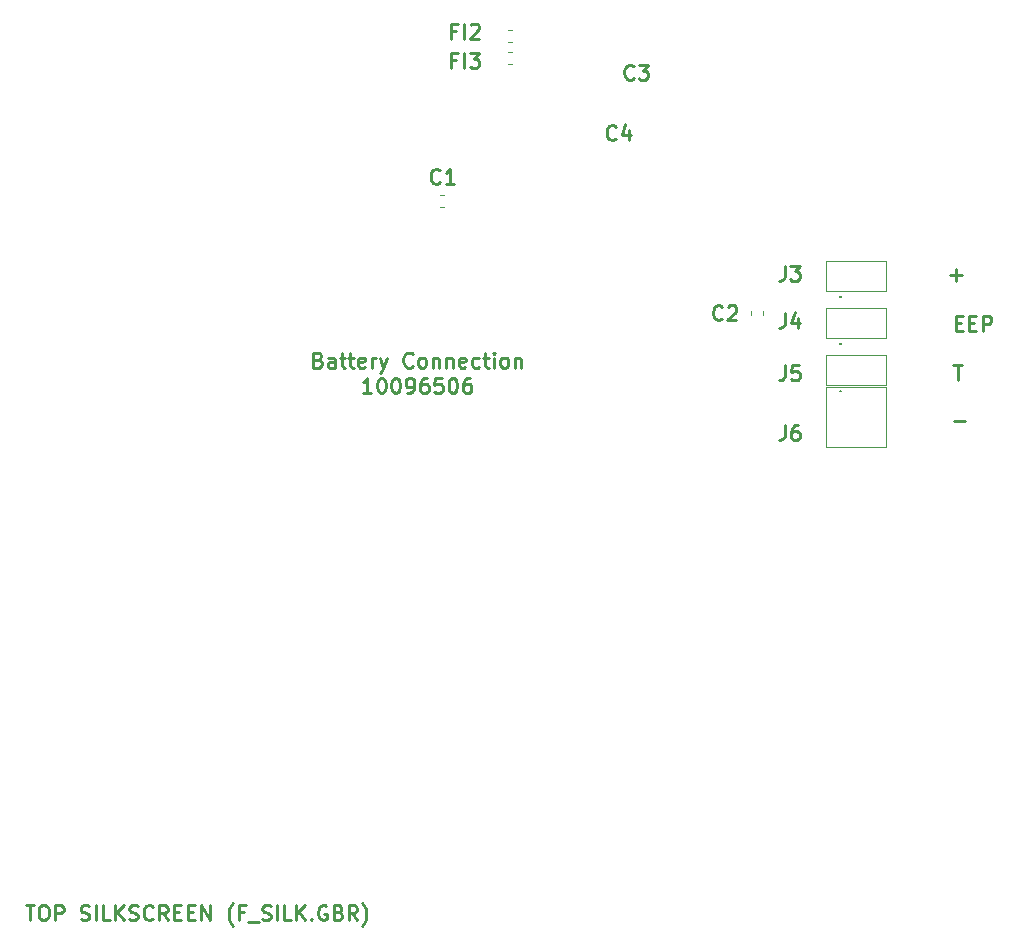
<source format=gbr>
G04 #@! TF.GenerationSoftware,KiCad,Pcbnew,(5.1.5)-3*
G04 #@! TF.CreationDate,2020-04-20T12:10:47-07:00*
G04 #@! TF.ProjectId,10096510 Battery Connection,31303039-3635-4313-9020-426174746572,rev?*
G04 #@! TF.SameCoordinates,PXb874050PY8789ff8*
G04 #@! TF.FileFunction,Legend,Top*
G04 #@! TF.FilePolarity,Positive*
%FSLAX46Y46*%
G04 Gerber Fmt 4.6, Leading zero omitted, Abs format (unit mm)*
G04 Created by KiCad (PCBNEW (5.1.5)-3) date 2020-04-20 12:10:47*
%MOMM*%
%LPD*%
G04 APERTURE LIST*
%ADD10C,0.254000*%
%ADD11C,0.100000*%
%ADD12C,0.200000*%
%ADD13C,0.120000*%
G04 APERTURE END LIST*
D10*
X-15588948Y-32324523D02*
X-14863234Y-32324523D01*
X-15226091Y-33594523D02*
X-15226091Y-32324523D01*
X-14197996Y-32324523D02*
X-13956091Y-32324523D01*
X-13835139Y-32385000D01*
X-13714186Y-32505952D01*
X-13653710Y-32747857D01*
X-13653710Y-33171190D01*
X-13714186Y-33413095D01*
X-13835139Y-33534047D01*
X-13956091Y-33594523D01*
X-14197996Y-33594523D01*
X-14318948Y-33534047D01*
X-14439900Y-33413095D01*
X-14500377Y-33171190D01*
X-14500377Y-32747857D01*
X-14439900Y-32505952D01*
X-14318948Y-32385000D01*
X-14197996Y-32324523D01*
X-13109424Y-33594523D02*
X-13109424Y-32324523D01*
X-12625615Y-32324523D01*
X-12504662Y-32385000D01*
X-12444186Y-32445476D01*
X-12383710Y-32566428D01*
X-12383710Y-32747857D01*
X-12444186Y-32868809D01*
X-12504662Y-32929285D01*
X-12625615Y-32989761D01*
X-13109424Y-32989761D01*
X-10932281Y-33534047D02*
X-10750853Y-33594523D01*
X-10448472Y-33594523D01*
X-10327520Y-33534047D01*
X-10267043Y-33473571D01*
X-10206567Y-33352619D01*
X-10206567Y-33231666D01*
X-10267043Y-33110714D01*
X-10327520Y-33050238D01*
X-10448472Y-32989761D01*
X-10690377Y-32929285D01*
X-10811329Y-32868809D01*
X-10871805Y-32808333D01*
X-10932281Y-32687380D01*
X-10932281Y-32566428D01*
X-10871805Y-32445476D01*
X-10811329Y-32385000D01*
X-10690377Y-32324523D01*
X-10387996Y-32324523D01*
X-10206567Y-32385000D01*
X-9662281Y-33594523D02*
X-9662281Y-32324523D01*
X-8452758Y-33594523D02*
X-9057520Y-33594523D01*
X-9057520Y-32324523D01*
X-8029424Y-33594523D02*
X-8029424Y-32324523D01*
X-7303710Y-33594523D02*
X-7847996Y-32868809D01*
X-7303710Y-32324523D02*
X-8029424Y-33050238D01*
X-6819900Y-33534047D02*
X-6638472Y-33594523D01*
X-6336091Y-33594523D01*
X-6215139Y-33534047D01*
X-6154662Y-33473571D01*
X-6094186Y-33352619D01*
X-6094186Y-33231666D01*
X-6154662Y-33110714D01*
X-6215139Y-33050238D01*
X-6336091Y-32989761D01*
X-6577996Y-32929285D01*
X-6698948Y-32868809D01*
X-6759424Y-32808333D01*
X-6819900Y-32687380D01*
X-6819900Y-32566428D01*
X-6759424Y-32445476D01*
X-6698948Y-32385000D01*
X-6577996Y-32324523D01*
X-6275615Y-32324523D01*
X-6094186Y-32385000D01*
X-4824186Y-33473571D02*
X-4884662Y-33534047D01*
X-5066091Y-33594523D01*
X-5187043Y-33594523D01*
X-5368472Y-33534047D01*
X-5489424Y-33413095D01*
X-5549900Y-33292142D01*
X-5610377Y-33050238D01*
X-5610377Y-32868809D01*
X-5549900Y-32626904D01*
X-5489424Y-32505952D01*
X-5368472Y-32385000D01*
X-5187043Y-32324523D01*
X-5066091Y-32324523D01*
X-4884662Y-32385000D01*
X-4824186Y-32445476D01*
X-3554186Y-33594523D02*
X-3977520Y-32989761D01*
X-4279900Y-33594523D02*
X-4279900Y-32324523D01*
X-3796091Y-32324523D01*
X-3675139Y-32385000D01*
X-3614662Y-32445476D01*
X-3554186Y-32566428D01*
X-3554186Y-32747857D01*
X-3614662Y-32868809D01*
X-3675139Y-32929285D01*
X-3796091Y-32989761D01*
X-4279900Y-32989761D01*
X-3009900Y-32929285D02*
X-2586567Y-32929285D01*
X-2405139Y-33594523D02*
X-3009900Y-33594523D01*
X-3009900Y-32324523D01*
X-2405139Y-32324523D01*
X-1860853Y-32929285D02*
X-1437520Y-32929285D01*
X-1256091Y-33594523D02*
X-1860853Y-33594523D01*
X-1860853Y-32324523D01*
X-1256091Y-32324523D01*
X-711805Y-33594523D02*
X-711805Y-32324523D01*
X13909Y-33594523D01*
X13909Y-32324523D01*
X1949147Y-34078333D02*
X1888671Y-34017857D01*
X1767719Y-33836428D01*
X1707242Y-33715476D01*
X1646766Y-33534047D01*
X1586290Y-33231666D01*
X1586290Y-32989761D01*
X1646766Y-32687380D01*
X1707242Y-32505952D01*
X1767719Y-32385000D01*
X1888671Y-32203571D01*
X1949147Y-32143095D01*
X2856290Y-32929285D02*
X2432957Y-32929285D01*
X2432957Y-33594523D02*
X2432957Y-32324523D01*
X3037719Y-32324523D01*
X3219147Y-33715476D02*
X4186766Y-33715476D01*
X4428671Y-33534047D02*
X4610100Y-33594523D01*
X4912480Y-33594523D01*
X5033433Y-33534047D01*
X5093909Y-33473571D01*
X5154385Y-33352619D01*
X5154385Y-33231666D01*
X5093909Y-33110714D01*
X5033433Y-33050238D01*
X4912480Y-32989761D01*
X4670576Y-32929285D01*
X4549623Y-32868809D01*
X4489147Y-32808333D01*
X4428671Y-32687380D01*
X4428671Y-32566428D01*
X4489147Y-32445476D01*
X4549623Y-32385000D01*
X4670576Y-32324523D01*
X4972957Y-32324523D01*
X5154385Y-32385000D01*
X5698671Y-33594523D02*
X5698671Y-32324523D01*
X6908195Y-33594523D02*
X6303433Y-33594523D01*
X6303433Y-32324523D01*
X7331528Y-33594523D02*
X7331528Y-32324523D01*
X8057242Y-33594523D02*
X7512957Y-32868809D01*
X8057242Y-32324523D02*
X7331528Y-33050238D01*
X8601528Y-33473571D02*
X8662004Y-33534047D01*
X8601528Y-33594523D01*
X8541052Y-33534047D01*
X8601528Y-33473571D01*
X8601528Y-33594523D01*
X9871528Y-32385000D02*
X9750576Y-32324523D01*
X9569147Y-32324523D01*
X9387719Y-32385000D01*
X9266766Y-32505952D01*
X9206290Y-32626904D01*
X9145814Y-32868809D01*
X9145814Y-33050238D01*
X9206290Y-33292142D01*
X9266766Y-33413095D01*
X9387719Y-33534047D01*
X9569147Y-33594523D01*
X9690100Y-33594523D01*
X9871528Y-33534047D01*
X9932004Y-33473571D01*
X9932004Y-33050238D01*
X9690100Y-33050238D01*
X10899623Y-32929285D02*
X11081052Y-32989761D01*
X11141528Y-33050238D01*
X11202004Y-33171190D01*
X11202004Y-33352619D01*
X11141528Y-33473571D01*
X11081052Y-33534047D01*
X10960100Y-33594523D01*
X10476290Y-33594523D01*
X10476290Y-32324523D01*
X10899623Y-32324523D01*
X11020576Y-32385000D01*
X11081052Y-32445476D01*
X11141528Y-32566428D01*
X11141528Y-32687380D01*
X11081052Y-32808333D01*
X11020576Y-32868809D01*
X10899623Y-32929285D01*
X10476290Y-32929285D01*
X12472004Y-33594523D02*
X12048671Y-32989761D01*
X11746290Y-33594523D02*
X11746290Y-32324523D01*
X12230100Y-32324523D01*
X12351052Y-32385000D01*
X12411528Y-32445476D01*
X12472004Y-32566428D01*
X12472004Y-32747857D01*
X12411528Y-32868809D01*
X12351052Y-32929285D01*
X12230100Y-32989761D01*
X11746290Y-32989761D01*
X12895338Y-34078333D02*
X12955814Y-34017857D01*
X13076766Y-33836428D01*
X13137242Y-33715476D01*
X13197719Y-33534047D01*
X13258195Y-33231666D01*
X13258195Y-32989761D01*
X13197719Y-32687380D01*
X13137242Y-32505952D01*
X13076766Y-32385000D01*
X12955814Y-32203571D01*
X12895338Y-32143095D01*
X62702280Y21016686D02*
X63669900Y21016686D01*
X63186090Y20532877D02*
X63186090Y21500496D01*
X63154680Y16956315D02*
X63578014Y16956315D01*
X63759442Y16291077D02*
X63154680Y16291077D01*
X63154680Y17561077D01*
X63759442Y17561077D01*
X64303728Y16956315D02*
X64727061Y16956315D01*
X64908490Y16291077D02*
X64303728Y16291077D01*
X64303728Y17561077D01*
X64908490Y17561077D01*
X65452776Y16291077D02*
X65452776Y17561077D01*
X65936585Y17561077D01*
X66057538Y17500600D01*
X66118014Y17440124D01*
X66178490Y17319172D01*
X66178490Y17137743D01*
X66118014Y17016791D01*
X66057538Y16956315D01*
X65936585Y16895839D01*
X65452776Y16895839D01*
X62947852Y13395477D02*
X63673566Y13395477D01*
X63310709Y12125477D02*
X63310709Y13395477D01*
X63002280Y8646886D02*
X63969900Y8646886D01*
X9175447Y13857515D02*
X9356876Y13797039D01*
X9417352Y13736562D01*
X9477828Y13615610D01*
X9477828Y13434181D01*
X9417352Y13313229D01*
X9356876Y13252753D01*
X9235923Y13192277D01*
X8752114Y13192277D01*
X8752114Y14462277D01*
X9175447Y14462277D01*
X9296400Y14401800D01*
X9356876Y14341324D01*
X9417352Y14220372D01*
X9417352Y14099420D01*
X9356876Y13978467D01*
X9296400Y13917991D01*
X9175447Y13857515D01*
X8752114Y13857515D01*
X10566400Y13192277D02*
X10566400Y13857515D01*
X10505923Y13978467D01*
X10384971Y14038943D01*
X10143066Y14038943D01*
X10022114Y13978467D01*
X10566400Y13252753D02*
X10445447Y13192277D01*
X10143066Y13192277D01*
X10022114Y13252753D01*
X9961638Y13373705D01*
X9961638Y13494658D01*
X10022114Y13615610D01*
X10143066Y13676086D01*
X10445447Y13676086D01*
X10566400Y13736562D01*
X10989733Y14038943D02*
X11473542Y14038943D01*
X11171161Y14462277D02*
X11171161Y13373705D01*
X11231638Y13252753D01*
X11352590Y13192277D01*
X11473542Y13192277D01*
X11715447Y14038943D02*
X12199257Y14038943D01*
X11896876Y14462277D02*
X11896876Y13373705D01*
X11957352Y13252753D01*
X12078304Y13192277D01*
X12199257Y13192277D01*
X13106400Y13252753D02*
X12985447Y13192277D01*
X12743542Y13192277D01*
X12622590Y13252753D01*
X12562114Y13373705D01*
X12562114Y13857515D01*
X12622590Y13978467D01*
X12743542Y14038943D01*
X12985447Y14038943D01*
X13106400Y13978467D01*
X13166876Y13857515D01*
X13166876Y13736562D01*
X12562114Y13615610D01*
X13711161Y13192277D02*
X13711161Y14038943D01*
X13711161Y13797039D02*
X13771638Y13917991D01*
X13832114Y13978467D01*
X13953066Y14038943D01*
X14074019Y14038943D01*
X14376400Y14038943D02*
X14678780Y13192277D01*
X14981161Y14038943D02*
X14678780Y13192277D01*
X14557828Y12889896D01*
X14497352Y12829420D01*
X14376400Y12768943D01*
X17158304Y13313229D02*
X17097828Y13252753D01*
X16916400Y13192277D01*
X16795447Y13192277D01*
X16614019Y13252753D01*
X16493066Y13373705D01*
X16432590Y13494658D01*
X16372114Y13736562D01*
X16372114Y13917991D01*
X16432590Y14159896D01*
X16493066Y14280848D01*
X16614019Y14401800D01*
X16795447Y14462277D01*
X16916400Y14462277D01*
X17097828Y14401800D01*
X17158304Y14341324D01*
X17884019Y13192277D02*
X17763066Y13252753D01*
X17702590Y13313229D01*
X17642114Y13434181D01*
X17642114Y13797039D01*
X17702590Y13917991D01*
X17763066Y13978467D01*
X17884019Y14038943D01*
X18065447Y14038943D01*
X18186400Y13978467D01*
X18246876Y13917991D01*
X18307352Y13797039D01*
X18307352Y13434181D01*
X18246876Y13313229D01*
X18186400Y13252753D01*
X18065447Y13192277D01*
X17884019Y13192277D01*
X18851638Y14038943D02*
X18851638Y13192277D01*
X18851638Y13917991D02*
X18912114Y13978467D01*
X19033066Y14038943D01*
X19214495Y14038943D01*
X19335447Y13978467D01*
X19395923Y13857515D01*
X19395923Y13192277D01*
X20000685Y14038943D02*
X20000685Y13192277D01*
X20000685Y13917991D02*
X20061161Y13978467D01*
X20182114Y14038943D01*
X20363542Y14038943D01*
X20484495Y13978467D01*
X20544971Y13857515D01*
X20544971Y13192277D01*
X21633542Y13252753D02*
X21512590Y13192277D01*
X21270685Y13192277D01*
X21149733Y13252753D01*
X21089257Y13373705D01*
X21089257Y13857515D01*
X21149733Y13978467D01*
X21270685Y14038943D01*
X21512590Y14038943D01*
X21633542Y13978467D01*
X21694019Y13857515D01*
X21694019Y13736562D01*
X21089257Y13615610D01*
X22782590Y13252753D02*
X22661638Y13192277D01*
X22419733Y13192277D01*
X22298780Y13252753D01*
X22238304Y13313229D01*
X22177828Y13434181D01*
X22177828Y13797039D01*
X22238304Y13917991D01*
X22298780Y13978467D01*
X22419733Y14038943D01*
X22661638Y14038943D01*
X22782590Y13978467D01*
X23145447Y14038943D02*
X23629257Y14038943D01*
X23326876Y14462277D02*
X23326876Y13373705D01*
X23387352Y13252753D01*
X23508304Y13192277D01*
X23629257Y13192277D01*
X24052590Y13192277D02*
X24052590Y14038943D01*
X24052590Y14462277D02*
X23992114Y14401800D01*
X24052590Y14341324D01*
X24113066Y14401800D01*
X24052590Y14462277D01*
X24052590Y14341324D01*
X24838780Y13192277D02*
X24717828Y13252753D01*
X24657352Y13313229D01*
X24596876Y13434181D01*
X24596876Y13797039D01*
X24657352Y13917991D01*
X24717828Y13978467D01*
X24838780Y14038943D01*
X25020209Y14038943D01*
X25141161Y13978467D01*
X25201638Y13917991D01*
X25262114Y13797039D01*
X25262114Y13434181D01*
X25201638Y13313229D01*
X25141161Y13252753D01*
X25020209Y13192277D01*
X24838780Y13192277D01*
X25806400Y14038943D02*
X25806400Y13192277D01*
X25806400Y13917991D02*
X25866876Y13978467D01*
X25987828Y14038943D01*
X26169257Y14038943D01*
X26290209Y13978467D01*
X26350685Y13857515D01*
X26350685Y13192277D01*
X13680923Y11033277D02*
X12955209Y11033277D01*
X13318066Y11033277D02*
X13318066Y12303277D01*
X13197114Y12121848D01*
X13076161Y12000896D01*
X12955209Y11940420D01*
X14467114Y12303277D02*
X14588066Y12303277D01*
X14709019Y12242800D01*
X14769495Y12182324D01*
X14829971Y12061372D01*
X14890447Y11819467D01*
X14890447Y11517086D01*
X14829971Y11275181D01*
X14769495Y11154229D01*
X14709019Y11093753D01*
X14588066Y11033277D01*
X14467114Y11033277D01*
X14346161Y11093753D01*
X14285685Y11154229D01*
X14225209Y11275181D01*
X14164733Y11517086D01*
X14164733Y11819467D01*
X14225209Y12061372D01*
X14285685Y12182324D01*
X14346161Y12242800D01*
X14467114Y12303277D01*
X15676638Y12303277D02*
X15797590Y12303277D01*
X15918542Y12242800D01*
X15979019Y12182324D01*
X16039495Y12061372D01*
X16099971Y11819467D01*
X16099971Y11517086D01*
X16039495Y11275181D01*
X15979019Y11154229D01*
X15918542Y11093753D01*
X15797590Y11033277D01*
X15676638Y11033277D01*
X15555685Y11093753D01*
X15495209Y11154229D01*
X15434733Y11275181D01*
X15374257Y11517086D01*
X15374257Y11819467D01*
X15434733Y12061372D01*
X15495209Y12182324D01*
X15555685Y12242800D01*
X15676638Y12303277D01*
X16704733Y11033277D02*
X16946638Y11033277D01*
X17067590Y11093753D01*
X17128066Y11154229D01*
X17249019Y11335658D01*
X17309495Y11577562D01*
X17309495Y12061372D01*
X17249019Y12182324D01*
X17188542Y12242800D01*
X17067590Y12303277D01*
X16825685Y12303277D01*
X16704733Y12242800D01*
X16644257Y12182324D01*
X16583780Y12061372D01*
X16583780Y11758991D01*
X16644257Y11638039D01*
X16704733Y11577562D01*
X16825685Y11517086D01*
X17067590Y11517086D01*
X17188542Y11577562D01*
X17249019Y11638039D01*
X17309495Y11758991D01*
X18398066Y12303277D02*
X18156161Y12303277D01*
X18035209Y12242800D01*
X17974733Y12182324D01*
X17853780Y12000896D01*
X17793304Y11758991D01*
X17793304Y11275181D01*
X17853780Y11154229D01*
X17914257Y11093753D01*
X18035209Y11033277D01*
X18277114Y11033277D01*
X18398066Y11093753D01*
X18458542Y11154229D01*
X18519019Y11275181D01*
X18519019Y11577562D01*
X18458542Y11698515D01*
X18398066Y11758991D01*
X18277114Y11819467D01*
X18035209Y11819467D01*
X17914257Y11758991D01*
X17853780Y11698515D01*
X17793304Y11577562D01*
X19668066Y12303277D02*
X19063304Y12303277D01*
X19002828Y11698515D01*
X19063304Y11758991D01*
X19184257Y11819467D01*
X19486638Y11819467D01*
X19607590Y11758991D01*
X19668066Y11698515D01*
X19728542Y11577562D01*
X19728542Y11275181D01*
X19668066Y11154229D01*
X19607590Y11093753D01*
X19486638Y11033277D01*
X19184257Y11033277D01*
X19063304Y11093753D01*
X19002828Y11154229D01*
X20514733Y12303277D02*
X20635685Y12303277D01*
X20756638Y12242800D01*
X20817114Y12182324D01*
X20877590Y12061372D01*
X20938066Y11819467D01*
X20938066Y11517086D01*
X20877590Y11275181D01*
X20817114Y11154229D01*
X20756638Y11093753D01*
X20635685Y11033277D01*
X20514733Y11033277D01*
X20393780Y11093753D01*
X20333304Y11154229D01*
X20272828Y11275181D01*
X20212352Y11517086D01*
X20212352Y11819467D01*
X20272828Y12061372D01*
X20333304Y12182324D01*
X20393780Y12242800D01*
X20514733Y12303277D01*
X22026638Y12303277D02*
X21784733Y12303277D01*
X21663780Y12242800D01*
X21603304Y12182324D01*
X21482352Y12000896D01*
X21421876Y11758991D01*
X21421876Y11275181D01*
X21482352Y11154229D01*
X21542828Y11093753D01*
X21663780Y11033277D01*
X21905685Y11033277D01*
X22026638Y11093753D01*
X22087114Y11154229D01*
X22147590Y11275181D01*
X22147590Y11577562D01*
X22087114Y11698515D01*
X22026638Y11758991D01*
X21905685Y11819467D01*
X21663780Y11819467D01*
X21542828Y11758991D01*
X21482352Y11698515D01*
X21421876Y11577562D01*
D11*
X52171600Y6451600D02*
X52171600Y11531600D01*
X57251600Y6451600D02*
X52171600Y6451600D01*
X57251600Y11531600D02*
X57251600Y6451600D01*
X52171600Y11531600D02*
X57251600Y11531600D01*
D12*
X53437000Y11179400D02*
G75*
G02X53337000Y11179400I-50000J0D01*
G01*
X53337000Y11179400D02*
G75*
G02X53437000Y11179400I50000J0D01*
G01*
X53437000Y11179400D02*
G75*
G02X53337000Y11179400I-50000J0D01*
G01*
X53337000Y11179400D02*
X53337000Y11179400D01*
X53437000Y11179400D02*
X53437000Y11179400D01*
X53337000Y11179400D02*
X53337000Y11179400D01*
D11*
X52197000Y11709400D02*
X52197000Y14249400D01*
X57277000Y11709400D02*
X52197000Y11709400D01*
X57277000Y14249400D02*
X57277000Y11709400D01*
X52197000Y14249400D02*
X57277000Y14249400D01*
D12*
X53437000Y15192600D02*
G75*
G02X53337000Y15192600I-50000J0D01*
G01*
X53337000Y15192600D02*
G75*
G02X53437000Y15192600I50000J0D01*
G01*
X53437000Y15192600D02*
G75*
G02X53337000Y15192600I-50000J0D01*
G01*
X53337000Y15192600D02*
X53337000Y15192600D01*
X53437000Y15192600D02*
X53437000Y15192600D01*
X53337000Y15192600D02*
X53337000Y15192600D01*
D11*
X52197000Y15722600D02*
X52197000Y18262600D01*
X57277000Y15722600D02*
X52197000Y15722600D01*
X57277000Y18262600D02*
X57277000Y15722600D01*
X52197000Y18262600D02*
X57277000Y18262600D01*
D12*
X53437000Y19180400D02*
G75*
G02X53337000Y19180400I-50000J0D01*
G01*
X53337000Y19180400D02*
G75*
G02X53437000Y19180400I50000J0D01*
G01*
X53437000Y19180400D02*
G75*
G02X53337000Y19180400I-50000J0D01*
G01*
X53337000Y19180400D02*
X53337000Y19180400D01*
X53437000Y19180400D02*
X53437000Y19180400D01*
X53337000Y19180400D02*
X53337000Y19180400D01*
D11*
X52197000Y19710400D02*
X52197000Y22250400D01*
X57277000Y19710400D02*
X52197000Y19710400D01*
X57277000Y22250400D02*
X57277000Y19710400D01*
X52197000Y22250400D02*
X57277000Y22250400D01*
D13*
X25237221Y38860000D02*
X25562779Y38860000D01*
X25237221Y39880000D02*
X25562779Y39880000D01*
X25562779Y41785000D02*
X25237221Y41785000D01*
X25562779Y40765000D02*
X25237221Y40765000D01*
X46865000Y17617221D02*
X46865000Y17942779D01*
X45845000Y17617221D02*
X45845000Y17942779D01*
X19847779Y27815000D02*
X19522221Y27815000D01*
X19847779Y26795000D02*
X19522221Y26795000D01*
D10*
X48663466Y8318477D02*
X48663466Y7411334D01*
X48602990Y7229905D01*
X48482038Y7108953D01*
X48300609Y7048477D01*
X48179657Y7048477D01*
X49812514Y8318477D02*
X49570609Y8318477D01*
X49449657Y8258000D01*
X49389180Y8197524D01*
X49268228Y8016096D01*
X49207752Y7774191D01*
X49207752Y7290381D01*
X49268228Y7169429D01*
X49328704Y7108953D01*
X49449657Y7048477D01*
X49691561Y7048477D01*
X49812514Y7108953D01*
X49872990Y7169429D01*
X49933466Y7290381D01*
X49933466Y7592762D01*
X49872990Y7713715D01*
X49812514Y7774191D01*
X49691561Y7834667D01*
X49449657Y7834667D01*
X49328704Y7774191D01*
X49268228Y7713715D01*
X49207752Y7592762D01*
X48663466Y13384877D02*
X48663466Y12477734D01*
X48602990Y12296305D01*
X48482038Y12175353D01*
X48300609Y12114877D01*
X48179657Y12114877D01*
X49872990Y13384877D02*
X49268228Y13384877D01*
X49207752Y12780115D01*
X49268228Y12840591D01*
X49389180Y12901067D01*
X49691561Y12901067D01*
X49812514Y12840591D01*
X49872990Y12780115D01*
X49933466Y12659162D01*
X49933466Y12356781D01*
X49872990Y12235829D01*
X49812514Y12175353D01*
X49691561Y12114877D01*
X49389180Y12114877D01*
X49268228Y12175353D01*
X49207752Y12235829D01*
X48663466Y17818477D02*
X48663466Y16911334D01*
X48602990Y16729905D01*
X48482038Y16608953D01*
X48300609Y16548477D01*
X48179657Y16548477D01*
X49812514Y17395143D02*
X49812514Y16548477D01*
X49510133Y17878953D02*
X49207752Y16971810D01*
X49993942Y16971810D01*
X48663466Y21818477D02*
X48663466Y20911334D01*
X48602990Y20729905D01*
X48482038Y20608953D01*
X48300609Y20548477D01*
X48179657Y20548477D01*
X49147276Y21818477D02*
X49933466Y21818477D01*
X49510133Y21334667D01*
X49691561Y21334667D01*
X49812514Y21274191D01*
X49872990Y21213715D01*
X49933466Y21092762D01*
X49933466Y20790381D01*
X49872990Y20669429D01*
X49812514Y20608953D01*
X49691561Y20548477D01*
X49328704Y20548477D01*
X49207752Y20608953D01*
X49147276Y20669429D01*
X20861085Y39213715D02*
X20437752Y39213715D01*
X20437752Y38548477D02*
X20437752Y39818477D01*
X21042514Y39818477D01*
X21526323Y38548477D02*
X21526323Y39818477D01*
X22010133Y39818477D02*
X22796323Y39818477D01*
X22372990Y39334667D01*
X22554419Y39334667D01*
X22675371Y39274191D01*
X22735847Y39213715D01*
X22796323Y39092762D01*
X22796323Y38790381D01*
X22735847Y38669429D01*
X22675371Y38608953D01*
X22554419Y38548477D01*
X22191561Y38548477D01*
X22070609Y38608953D01*
X22010133Y38669429D01*
X20861085Y41713715D02*
X20437752Y41713715D01*
X20437752Y41048477D02*
X20437752Y42318477D01*
X21042514Y42318477D01*
X21526323Y41048477D02*
X21526323Y42318477D01*
X22070609Y42197524D02*
X22131085Y42258000D01*
X22252038Y42318477D01*
X22554419Y42318477D01*
X22675371Y42258000D01*
X22735847Y42197524D01*
X22796323Y42076572D01*
X22796323Y41955620D01*
X22735847Y41774191D01*
X22010133Y41048477D01*
X22796323Y41048477D01*
X34375133Y32566429D02*
X34314657Y32505953D01*
X34133228Y32445477D01*
X34012276Y32445477D01*
X33830847Y32505953D01*
X33709895Y32626905D01*
X33649419Y32747858D01*
X33588942Y32989762D01*
X33588942Y33171191D01*
X33649419Y33413096D01*
X33709895Y33534048D01*
X33830847Y33655000D01*
X34012276Y33715477D01*
X34133228Y33715477D01*
X34314657Y33655000D01*
X34375133Y33594524D01*
X35463704Y33292143D02*
X35463704Y32445477D01*
X35161323Y33775953D02*
X34858942Y32868810D01*
X35645133Y32868810D01*
X35875133Y37669429D02*
X35814657Y37608953D01*
X35633228Y37548477D01*
X35512276Y37548477D01*
X35330847Y37608953D01*
X35209895Y37729905D01*
X35149419Y37850858D01*
X35088942Y38092762D01*
X35088942Y38274191D01*
X35149419Y38516096D01*
X35209895Y38637048D01*
X35330847Y38758000D01*
X35512276Y38818477D01*
X35633228Y38818477D01*
X35814657Y38758000D01*
X35875133Y38697524D01*
X36298466Y38818477D02*
X37084657Y38818477D01*
X36661323Y38334667D01*
X36842752Y38334667D01*
X36963704Y38274191D01*
X37024180Y38213715D01*
X37084657Y38092762D01*
X37084657Y37790381D01*
X37024180Y37669429D01*
X36963704Y37608953D01*
X36842752Y37548477D01*
X36479895Y37548477D01*
X36358942Y37608953D01*
X36298466Y37669429D01*
X43375133Y17326429D02*
X43314657Y17265953D01*
X43133228Y17205477D01*
X43012276Y17205477D01*
X42830847Y17265953D01*
X42709895Y17386905D01*
X42649419Y17507858D01*
X42588942Y17749762D01*
X42588942Y17931191D01*
X42649419Y18173096D01*
X42709895Y18294048D01*
X42830847Y18415000D01*
X43012276Y18475477D01*
X43133228Y18475477D01*
X43314657Y18415000D01*
X43375133Y18354524D01*
X43858942Y18354524D02*
X43919419Y18415000D01*
X44040371Y18475477D01*
X44342752Y18475477D01*
X44463704Y18415000D01*
X44524180Y18354524D01*
X44584657Y18233572D01*
X44584657Y18112620D01*
X44524180Y17931191D01*
X43798466Y17205477D01*
X44584657Y17205477D01*
X19475133Y28869429D02*
X19414657Y28808953D01*
X19233228Y28748477D01*
X19112276Y28748477D01*
X18930847Y28808953D01*
X18809895Y28929905D01*
X18749419Y29050858D01*
X18688942Y29292762D01*
X18688942Y29474191D01*
X18749419Y29716096D01*
X18809895Y29837048D01*
X18930847Y29958000D01*
X19112276Y30018477D01*
X19233228Y30018477D01*
X19414657Y29958000D01*
X19475133Y29897524D01*
X20684657Y28748477D02*
X19958942Y28748477D01*
X20321800Y28748477D02*
X20321800Y30018477D01*
X20200847Y29837048D01*
X20079895Y29716096D01*
X19958942Y29655620D01*
M02*

</source>
